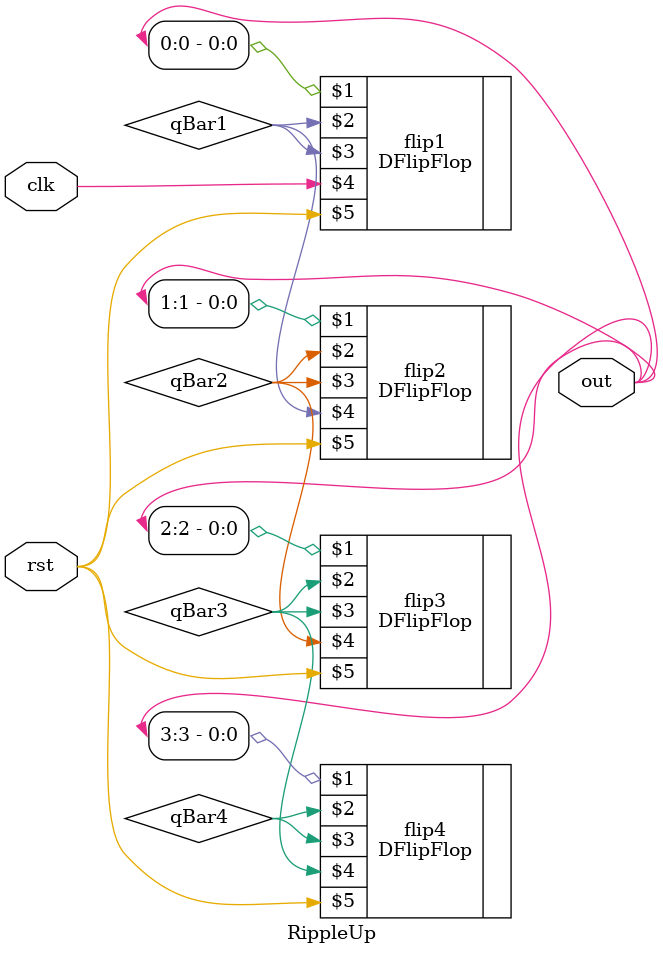
<source format=v>

`include "flipflop.v"

module RippleUp(rst, clk, out);
	input clk, rst;
	output [3:0] out;

	wire qBar1, qBar2, qBar3, qBar4;
	
	DFlipFlop flip1(out[0], qBar1, qBar1, clk, rst);
	DFlipFlop flip2(out[1], qBar2, qBar2, qBar1, rst);
	DFlipFlop flip3(out[2], qBar3, qBar3, qBar2, rst);
	DFlipFlop flip4(out[3], qBar4, qBar4, qBar3, rst);
endmodule


</source>
